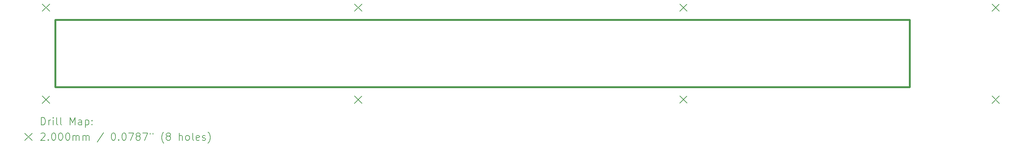
<source format=gbr>
%TF.GenerationSoftware,KiCad,Pcbnew,7.0.2-0*%
%TF.CreationDate,2023-05-18T01:11:55+02:00*%
%TF.ProjectId,LA,4c412e6b-6963-4616-945f-706362585858,rev?*%
%TF.SameCoordinates,PXfd9f08PY7735940*%
%TF.FileFunction,Drillmap*%
%TF.FilePolarity,Positive*%
%FSLAX45Y45*%
G04 Gerber Fmt 4.5, Leading zero omitted, Abs format (unit mm)*
G04 Created by KiCad (PCBNEW 7.0.2-0) date 2023-05-18 01:11:55*
%MOMM*%
%LPD*%
G01*
G04 APERTURE LIST*
%ADD10C,0.500000*%
%ADD11C,0.200000*%
G04 APERTURE END LIST*
D10*
X600000Y2515000D02*
X23730000Y2515000D01*
X23730000Y685000D01*
X600000Y685000D01*
X600000Y2515000D01*
D11*
X250000Y2950000D02*
X450000Y2750000D01*
X450000Y2950000D02*
X250000Y2750000D01*
X250000Y450000D02*
X450000Y250000D01*
X450000Y450000D02*
X250000Y250000D01*
X8700000Y2950000D02*
X8900000Y2750000D01*
X8900000Y2950000D02*
X8700000Y2750000D01*
X8700000Y450000D02*
X8900000Y250000D01*
X8900000Y450000D02*
X8700000Y250000D01*
X17500000Y2950000D02*
X17700000Y2750000D01*
X17700000Y2950000D02*
X17500000Y2750000D01*
X17500000Y452870D02*
X17700000Y252870D01*
X17700000Y452870D02*
X17500000Y252870D01*
X25950000Y2950000D02*
X26150000Y2750000D01*
X26150000Y2950000D02*
X25950000Y2750000D01*
X25950000Y450000D02*
X26150000Y250000D01*
X26150000Y450000D02*
X25950000Y250000D01*
X222619Y-337524D02*
X222619Y-137524D01*
X222619Y-137524D02*
X270238Y-137524D01*
X270238Y-137524D02*
X298810Y-147048D01*
X298810Y-147048D02*
X317857Y-166095D01*
X317857Y-166095D02*
X327381Y-185143D01*
X327381Y-185143D02*
X336905Y-223238D01*
X336905Y-223238D02*
X336905Y-251809D01*
X336905Y-251809D02*
X327381Y-289905D01*
X327381Y-289905D02*
X317857Y-308952D01*
X317857Y-308952D02*
X298810Y-328000D01*
X298810Y-328000D02*
X270238Y-337524D01*
X270238Y-337524D02*
X222619Y-337524D01*
X422619Y-337524D02*
X422619Y-204190D01*
X422619Y-242286D02*
X432143Y-223238D01*
X432143Y-223238D02*
X441667Y-213714D01*
X441667Y-213714D02*
X460714Y-204190D01*
X460714Y-204190D02*
X479762Y-204190D01*
X546429Y-337524D02*
X546429Y-204190D01*
X546429Y-137524D02*
X536905Y-147048D01*
X536905Y-147048D02*
X546429Y-156571D01*
X546429Y-156571D02*
X555952Y-147048D01*
X555952Y-147048D02*
X546429Y-137524D01*
X546429Y-137524D02*
X546429Y-156571D01*
X670238Y-337524D02*
X651190Y-328000D01*
X651190Y-328000D02*
X641667Y-308952D01*
X641667Y-308952D02*
X641667Y-137524D01*
X775000Y-337524D02*
X755952Y-328000D01*
X755952Y-328000D02*
X746428Y-308952D01*
X746428Y-308952D02*
X746428Y-137524D01*
X1003571Y-337524D02*
X1003571Y-137524D01*
X1003571Y-137524D02*
X1070238Y-280381D01*
X1070238Y-280381D02*
X1136905Y-137524D01*
X1136905Y-137524D02*
X1136905Y-337524D01*
X1317857Y-337524D02*
X1317857Y-232762D01*
X1317857Y-232762D02*
X1308333Y-213714D01*
X1308333Y-213714D02*
X1289286Y-204190D01*
X1289286Y-204190D02*
X1251190Y-204190D01*
X1251190Y-204190D02*
X1232143Y-213714D01*
X1317857Y-328000D02*
X1298810Y-337524D01*
X1298810Y-337524D02*
X1251190Y-337524D01*
X1251190Y-337524D02*
X1232143Y-328000D01*
X1232143Y-328000D02*
X1222619Y-308952D01*
X1222619Y-308952D02*
X1222619Y-289905D01*
X1222619Y-289905D02*
X1232143Y-270857D01*
X1232143Y-270857D02*
X1251190Y-261333D01*
X1251190Y-261333D02*
X1298810Y-261333D01*
X1298810Y-261333D02*
X1317857Y-251809D01*
X1413095Y-204190D02*
X1413095Y-404190D01*
X1413095Y-213714D02*
X1432143Y-204190D01*
X1432143Y-204190D02*
X1470238Y-204190D01*
X1470238Y-204190D02*
X1489286Y-213714D01*
X1489286Y-213714D02*
X1498809Y-223238D01*
X1498809Y-223238D02*
X1508333Y-242286D01*
X1508333Y-242286D02*
X1508333Y-299429D01*
X1508333Y-299429D02*
X1498809Y-318476D01*
X1498809Y-318476D02*
X1489286Y-328000D01*
X1489286Y-328000D02*
X1470238Y-337524D01*
X1470238Y-337524D02*
X1432143Y-337524D01*
X1432143Y-337524D02*
X1413095Y-328000D01*
X1594048Y-318476D02*
X1603571Y-328000D01*
X1603571Y-328000D02*
X1594048Y-337524D01*
X1594048Y-337524D02*
X1584524Y-328000D01*
X1584524Y-328000D02*
X1594048Y-318476D01*
X1594048Y-318476D02*
X1594048Y-337524D01*
X1594048Y-213714D02*
X1603571Y-223238D01*
X1603571Y-223238D02*
X1594048Y-232762D01*
X1594048Y-232762D02*
X1584524Y-223238D01*
X1584524Y-223238D02*
X1594048Y-213714D01*
X1594048Y-213714D02*
X1594048Y-232762D01*
X-225000Y-565000D02*
X-25000Y-765000D01*
X-25000Y-565000D02*
X-225000Y-765000D01*
X213095Y-576571D02*
X222619Y-567048D01*
X222619Y-567048D02*
X241667Y-557524D01*
X241667Y-557524D02*
X289286Y-557524D01*
X289286Y-557524D02*
X308333Y-567048D01*
X308333Y-567048D02*
X317857Y-576571D01*
X317857Y-576571D02*
X327381Y-595619D01*
X327381Y-595619D02*
X327381Y-614667D01*
X327381Y-614667D02*
X317857Y-643238D01*
X317857Y-643238D02*
X203571Y-757524D01*
X203571Y-757524D02*
X327381Y-757524D01*
X413095Y-738476D02*
X422619Y-748000D01*
X422619Y-748000D02*
X413095Y-757524D01*
X413095Y-757524D02*
X403571Y-748000D01*
X403571Y-748000D02*
X413095Y-738476D01*
X413095Y-738476D02*
X413095Y-757524D01*
X546429Y-557524D02*
X565476Y-557524D01*
X565476Y-557524D02*
X584524Y-567048D01*
X584524Y-567048D02*
X594048Y-576571D01*
X594048Y-576571D02*
X603571Y-595619D01*
X603571Y-595619D02*
X613095Y-633714D01*
X613095Y-633714D02*
X613095Y-681333D01*
X613095Y-681333D02*
X603571Y-719428D01*
X603571Y-719428D02*
X594048Y-738476D01*
X594048Y-738476D02*
X584524Y-748000D01*
X584524Y-748000D02*
X565476Y-757524D01*
X565476Y-757524D02*
X546429Y-757524D01*
X546429Y-757524D02*
X527381Y-748000D01*
X527381Y-748000D02*
X517857Y-738476D01*
X517857Y-738476D02*
X508333Y-719428D01*
X508333Y-719428D02*
X498809Y-681333D01*
X498809Y-681333D02*
X498809Y-633714D01*
X498809Y-633714D02*
X508333Y-595619D01*
X508333Y-595619D02*
X517857Y-576571D01*
X517857Y-576571D02*
X527381Y-567048D01*
X527381Y-567048D02*
X546429Y-557524D01*
X736905Y-557524D02*
X755952Y-557524D01*
X755952Y-557524D02*
X775000Y-567048D01*
X775000Y-567048D02*
X784524Y-576571D01*
X784524Y-576571D02*
X794048Y-595619D01*
X794048Y-595619D02*
X803571Y-633714D01*
X803571Y-633714D02*
X803571Y-681333D01*
X803571Y-681333D02*
X794048Y-719428D01*
X794048Y-719428D02*
X784524Y-738476D01*
X784524Y-738476D02*
X775000Y-748000D01*
X775000Y-748000D02*
X755952Y-757524D01*
X755952Y-757524D02*
X736905Y-757524D01*
X736905Y-757524D02*
X717857Y-748000D01*
X717857Y-748000D02*
X708333Y-738476D01*
X708333Y-738476D02*
X698810Y-719428D01*
X698810Y-719428D02*
X689286Y-681333D01*
X689286Y-681333D02*
X689286Y-633714D01*
X689286Y-633714D02*
X698810Y-595619D01*
X698810Y-595619D02*
X708333Y-576571D01*
X708333Y-576571D02*
X717857Y-567048D01*
X717857Y-567048D02*
X736905Y-557524D01*
X927381Y-557524D02*
X946429Y-557524D01*
X946429Y-557524D02*
X965476Y-567048D01*
X965476Y-567048D02*
X975000Y-576571D01*
X975000Y-576571D02*
X984524Y-595619D01*
X984524Y-595619D02*
X994048Y-633714D01*
X994048Y-633714D02*
X994048Y-681333D01*
X994048Y-681333D02*
X984524Y-719428D01*
X984524Y-719428D02*
X975000Y-738476D01*
X975000Y-738476D02*
X965476Y-748000D01*
X965476Y-748000D02*
X946429Y-757524D01*
X946429Y-757524D02*
X927381Y-757524D01*
X927381Y-757524D02*
X908333Y-748000D01*
X908333Y-748000D02*
X898809Y-738476D01*
X898809Y-738476D02*
X889286Y-719428D01*
X889286Y-719428D02*
X879762Y-681333D01*
X879762Y-681333D02*
X879762Y-633714D01*
X879762Y-633714D02*
X889286Y-595619D01*
X889286Y-595619D02*
X898809Y-576571D01*
X898809Y-576571D02*
X908333Y-567048D01*
X908333Y-567048D02*
X927381Y-557524D01*
X1079762Y-757524D02*
X1079762Y-624190D01*
X1079762Y-643238D02*
X1089286Y-633714D01*
X1089286Y-633714D02*
X1108333Y-624190D01*
X1108333Y-624190D02*
X1136905Y-624190D01*
X1136905Y-624190D02*
X1155952Y-633714D01*
X1155952Y-633714D02*
X1165476Y-652762D01*
X1165476Y-652762D02*
X1165476Y-757524D01*
X1165476Y-652762D02*
X1175000Y-633714D01*
X1175000Y-633714D02*
X1194048Y-624190D01*
X1194048Y-624190D02*
X1222619Y-624190D01*
X1222619Y-624190D02*
X1241667Y-633714D01*
X1241667Y-633714D02*
X1251191Y-652762D01*
X1251191Y-652762D02*
X1251191Y-757524D01*
X1346429Y-757524D02*
X1346429Y-624190D01*
X1346429Y-643238D02*
X1355952Y-633714D01*
X1355952Y-633714D02*
X1375000Y-624190D01*
X1375000Y-624190D02*
X1403571Y-624190D01*
X1403571Y-624190D02*
X1422619Y-633714D01*
X1422619Y-633714D02*
X1432143Y-652762D01*
X1432143Y-652762D02*
X1432143Y-757524D01*
X1432143Y-652762D02*
X1441667Y-633714D01*
X1441667Y-633714D02*
X1460714Y-624190D01*
X1460714Y-624190D02*
X1489286Y-624190D01*
X1489286Y-624190D02*
X1508333Y-633714D01*
X1508333Y-633714D02*
X1517857Y-652762D01*
X1517857Y-652762D02*
X1517857Y-757524D01*
X1908333Y-548000D02*
X1736905Y-805143D01*
X2165476Y-557524D02*
X2184524Y-557524D01*
X2184524Y-557524D02*
X2203572Y-567048D01*
X2203572Y-567048D02*
X2213095Y-576571D01*
X2213095Y-576571D02*
X2222619Y-595619D01*
X2222619Y-595619D02*
X2232143Y-633714D01*
X2232143Y-633714D02*
X2232143Y-681333D01*
X2232143Y-681333D02*
X2222619Y-719428D01*
X2222619Y-719428D02*
X2213095Y-738476D01*
X2213095Y-738476D02*
X2203572Y-748000D01*
X2203572Y-748000D02*
X2184524Y-757524D01*
X2184524Y-757524D02*
X2165476Y-757524D01*
X2165476Y-757524D02*
X2146429Y-748000D01*
X2146429Y-748000D02*
X2136905Y-738476D01*
X2136905Y-738476D02*
X2127381Y-719428D01*
X2127381Y-719428D02*
X2117857Y-681333D01*
X2117857Y-681333D02*
X2117857Y-633714D01*
X2117857Y-633714D02*
X2127381Y-595619D01*
X2127381Y-595619D02*
X2136905Y-576571D01*
X2136905Y-576571D02*
X2146429Y-567048D01*
X2146429Y-567048D02*
X2165476Y-557524D01*
X2317857Y-738476D02*
X2327381Y-748000D01*
X2327381Y-748000D02*
X2317857Y-757524D01*
X2317857Y-757524D02*
X2308334Y-748000D01*
X2308334Y-748000D02*
X2317857Y-738476D01*
X2317857Y-738476D02*
X2317857Y-757524D01*
X2451191Y-557524D02*
X2470238Y-557524D01*
X2470238Y-557524D02*
X2489286Y-567048D01*
X2489286Y-567048D02*
X2498810Y-576571D01*
X2498810Y-576571D02*
X2508334Y-595619D01*
X2508334Y-595619D02*
X2517857Y-633714D01*
X2517857Y-633714D02*
X2517857Y-681333D01*
X2517857Y-681333D02*
X2508334Y-719428D01*
X2508334Y-719428D02*
X2498810Y-738476D01*
X2498810Y-738476D02*
X2489286Y-748000D01*
X2489286Y-748000D02*
X2470238Y-757524D01*
X2470238Y-757524D02*
X2451191Y-757524D01*
X2451191Y-757524D02*
X2432143Y-748000D01*
X2432143Y-748000D02*
X2422619Y-738476D01*
X2422619Y-738476D02*
X2413095Y-719428D01*
X2413095Y-719428D02*
X2403572Y-681333D01*
X2403572Y-681333D02*
X2403572Y-633714D01*
X2403572Y-633714D02*
X2413095Y-595619D01*
X2413095Y-595619D02*
X2422619Y-576571D01*
X2422619Y-576571D02*
X2432143Y-567048D01*
X2432143Y-567048D02*
X2451191Y-557524D01*
X2584524Y-557524D02*
X2717857Y-557524D01*
X2717857Y-557524D02*
X2632143Y-757524D01*
X2822619Y-643238D02*
X2803572Y-633714D01*
X2803572Y-633714D02*
X2794048Y-624190D01*
X2794048Y-624190D02*
X2784524Y-605143D01*
X2784524Y-605143D02*
X2784524Y-595619D01*
X2784524Y-595619D02*
X2794048Y-576571D01*
X2794048Y-576571D02*
X2803572Y-567048D01*
X2803572Y-567048D02*
X2822619Y-557524D01*
X2822619Y-557524D02*
X2860714Y-557524D01*
X2860714Y-557524D02*
X2879762Y-567048D01*
X2879762Y-567048D02*
X2889286Y-576571D01*
X2889286Y-576571D02*
X2898810Y-595619D01*
X2898810Y-595619D02*
X2898810Y-605143D01*
X2898810Y-605143D02*
X2889286Y-624190D01*
X2889286Y-624190D02*
X2879762Y-633714D01*
X2879762Y-633714D02*
X2860714Y-643238D01*
X2860714Y-643238D02*
X2822619Y-643238D01*
X2822619Y-643238D02*
X2803572Y-652762D01*
X2803572Y-652762D02*
X2794048Y-662286D01*
X2794048Y-662286D02*
X2784524Y-681333D01*
X2784524Y-681333D02*
X2784524Y-719428D01*
X2784524Y-719428D02*
X2794048Y-738476D01*
X2794048Y-738476D02*
X2803572Y-748000D01*
X2803572Y-748000D02*
X2822619Y-757524D01*
X2822619Y-757524D02*
X2860714Y-757524D01*
X2860714Y-757524D02*
X2879762Y-748000D01*
X2879762Y-748000D02*
X2889286Y-738476D01*
X2889286Y-738476D02*
X2898810Y-719428D01*
X2898810Y-719428D02*
X2898810Y-681333D01*
X2898810Y-681333D02*
X2889286Y-662286D01*
X2889286Y-662286D02*
X2879762Y-652762D01*
X2879762Y-652762D02*
X2860714Y-643238D01*
X2965476Y-557524D02*
X3098810Y-557524D01*
X3098810Y-557524D02*
X3013095Y-757524D01*
X3165476Y-557524D02*
X3165476Y-595619D01*
X3241667Y-557524D02*
X3241667Y-595619D01*
X3536905Y-833714D02*
X3527381Y-824190D01*
X3527381Y-824190D02*
X3508334Y-795619D01*
X3508334Y-795619D02*
X3498810Y-776571D01*
X3498810Y-776571D02*
X3489286Y-748000D01*
X3489286Y-748000D02*
X3479762Y-700381D01*
X3479762Y-700381D02*
X3479762Y-662286D01*
X3479762Y-662286D02*
X3489286Y-614667D01*
X3489286Y-614667D02*
X3498810Y-586095D01*
X3498810Y-586095D02*
X3508334Y-567048D01*
X3508334Y-567048D02*
X3527381Y-538476D01*
X3527381Y-538476D02*
X3536905Y-528952D01*
X3641667Y-643238D02*
X3622619Y-633714D01*
X3622619Y-633714D02*
X3613095Y-624190D01*
X3613095Y-624190D02*
X3603572Y-605143D01*
X3603572Y-605143D02*
X3603572Y-595619D01*
X3603572Y-595619D02*
X3613095Y-576571D01*
X3613095Y-576571D02*
X3622619Y-567048D01*
X3622619Y-567048D02*
X3641667Y-557524D01*
X3641667Y-557524D02*
X3679762Y-557524D01*
X3679762Y-557524D02*
X3698810Y-567048D01*
X3698810Y-567048D02*
X3708334Y-576571D01*
X3708334Y-576571D02*
X3717857Y-595619D01*
X3717857Y-595619D02*
X3717857Y-605143D01*
X3717857Y-605143D02*
X3708334Y-624190D01*
X3708334Y-624190D02*
X3698810Y-633714D01*
X3698810Y-633714D02*
X3679762Y-643238D01*
X3679762Y-643238D02*
X3641667Y-643238D01*
X3641667Y-643238D02*
X3622619Y-652762D01*
X3622619Y-652762D02*
X3613095Y-662286D01*
X3613095Y-662286D02*
X3603572Y-681333D01*
X3603572Y-681333D02*
X3603572Y-719428D01*
X3603572Y-719428D02*
X3613095Y-738476D01*
X3613095Y-738476D02*
X3622619Y-748000D01*
X3622619Y-748000D02*
X3641667Y-757524D01*
X3641667Y-757524D02*
X3679762Y-757524D01*
X3679762Y-757524D02*
X3698810Y-748000D01*
X3698810Y-748000D02*
X3708334Y-738476D01*
X3708334Y-738476D02*
X3717857Y-719428D01*
X3717857Y-719428D02*
X3717857Y-681333D01*
X3717857Y-681333D02*
X3708334Y-662286D01*
X3708334Y-662286D02*
X3698810Y-652762D01*
X3698810Y-652762D02*
X3679762Y-643238D01*
X3955953Y-757524D02*
X3955953Y-557524D01*
X4041667Y-757524D02*
X4041667Y-652762D01*
X4041667Y-652762D02*
X4032143Y-633714D01*
X4032143Y-633714D02*
X4013096Y-624190D01*
X4013096Y-624190D02*
X3984524Y-624190D01*
X3984524Y-624190D02*
X3965476Y-633714D01*
X3965476Y-633714D02*
X3955953Y-643238D01*
X4165476Y-757524D02*
X4146429Y-748000D01*
X4146429Y-748000D02*
X4136905Y-738476D01*
X4136905Y-738476D02*
X4127381Y-719428D01*
X4127381Y-719428D02*
X4127381Y-662286D01*
X4127381Y-662286D02*
X4136905Y-643238D01*
X4136905Y-643238D02*
X4146429Y-633714D01*
X4146429Y-633714D02*
X4165476Y-624190D01*
X4165476Y-624190D02*
X4194048Y-624190D01*
X4194048Y-624190D02*
X4213096Y-633714D01*
X4213096Y-633714D02*
X4222619Y-643238D01*
X4222619Y-643238D02*
X4232143Y-662286D01*
X4232143Y-662286D02*
X4232143Y-719428D01*
X4232143Y-719428D02*
X4222619Y-738476D01*
X4222619Y-738476D02*
X4213096Y-748000D01*
X4213096Y-748000D02*
X4194048Y-757524D01*
X4194048Y-757524D02*
X4165476Y-757524D01*
X4346429Y-757524D02*
X4327381Y-748000D01*
X4327381Y-748000D02*
X4317858Y-728952D01*
X4317858Y-728952D02*
X4317858Y-557524D01*
X4498810Y-748000D02*
X4479762Y-757524D01*
X4479762Y-757524D02*
X4441667Y-757524D01*
X4441667Y-757524D02*
X4422619Y-748000D01*
X4422619Y-748000D02*
X4413096Y-728952D01*
X4413096Y-728952D02*
X4413096Y-652762D01*
X4413096Y-652762D02*
X4422619Y-633714D01*
X4422619Y-633714D02*
X4441667Y-624190D01*
X4441667Y-624190D02*
X4479762Y-624190D01*
X4479762Y-624190D02*
X4498810Y-633714D01*
X4498810Y-633714D02*
X4508334Y-652762D01*
X4508334Y-652762D02*
X4508334Y-671810D01*
X4508334Y-671810D02*
X4413096Y-690857D01*
X4584524Y-748000D02*
X4603572Y-757524D01*
X4603572Y-757524D02*
X4641667Y-757524D01*
X4641667Y-757524D02*
X4660715Y-748000D01*
X4660715Y-748000D02*
X4670239Y-728952D01*
X4670239Y-728952D02*
X4670239Y-719428D01*
X4670239Y-719428D02*
X4660715Y-700381D01*
X4660715Y-700381D02*
X4641667Y-690857D01*
X4641667Y-690857D02*
X4613096Y-690857D01*
X4613096Y-690857D02*
X4594048Y-681333D01*
X4594048Y-681333D02*
X4584524Y-662286D01*
X4584524Y-662286D02*
X4584524Y-652762D01*
X4584524Y-652762D02*
X4594048Y-633714D01*
X4594048Y-633714D02*
X4613096Y-624190D01*
X4613096Y-624190D02*
X4641667Y-624190D01*
X4641667Y-624190D02*
X4660715Y-633714D01*
X4736905Y-833714D02*
X4746429Y-824190D01*
X4746429Y-824190D02*
X4765477Y-795619D01*
X4765477Y-795619D02*
X4775000Y-776571D01*
X4775000Y-776571D02*
X4784524Y-748000D01*
X4784524Y-748000D02*
X4794048Y-700381D01*
X4794048Y-700381D02*
X4794048Y-662286D01*
X4794048Y-662286D02*
X4784524Y-614667D01*
X4784524Y-614667D02*
X4775000Y-586095D01*
X4775000Y-586095D02*
X4765477Y-567048D01*
X4765477Y-567048D02*
X4746429Y-538476D01*
X4746429Y-538476D02*
X4736905Y-528952D01*
M02*

</source>
